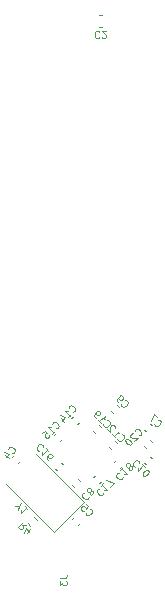
<source format=gbr>
%TF.GenerationSoftware,KiCad,Pcbnew,(6.0.7)*%
%TF.CreationDate,2022-08-25T19:07:38-04:00*%
%TF.ProjectId,msbaker,6d736261-6b65-4722-9e6b-696361645f70,3*%
%TF.SameCoordinates,Original*%
%TF.FileFunction,Legend,Bot*%
%TF.FilePolarity,Positive*%
%FSLAX46Y46*%
G04 Gerber Fmt 4.6, Leading zero omitted, Abs format (unit mm)*
G04 Created by KiCad (PCBNEW (6.0.7)) date 2022-08-25 19:07:38*
%MOMM*%
%LPD*%
G01*
G04 APERTURE LIST*
%ADD10C,0.076200*%
%ADD11C,0.120000*%
G04 APERTURE END LIST*
D10*
%TO.C,C9*%
X187517840Y-103325937D02*
X187517840Y-103367016D01*
X187558920Y-103449176D01*
X187600000Y-103490255D01*
X187682159Y-103531335D01*
X187764318Y-103531335D01*
X187825937Y-103510795D01*
X187928636Y-103449176D01*
X187990255Y-103387556D01*
X188051874Y-103284857D01*
X188072414Y-103223238D01*
X188072414Y-103141079D01*
X188031335Y-103058920D01*
X187990255Y-103017840D01*
X187908096Y-102976761D01*
X187867016Y-102976761D01*
X187271363Y-103161619D02*
X187189204Y-103079460D01*
X187168664Y-103017840D01*
X187168664Y-102976761D01*
X187189204Y-102874062D01*
X187250823Y-102771363D01*
X187415142Y-102607045D01*
X187476761Y-102586505D01*
X187517840Y-102586505D01*
X187579460Y-102607045D01*
X187661619Y-102689204D01*
X187682159Y-102750823D01*
X187682159Y-102791903D01*
X187661619Y-102853522D01*
X187558920Y-102956221D01*
X187497301Y-102976761D01*
X187456221Y-102976761D01*
X187394602Y-102956221D01*
X187312443Y-102874062D01*
X187291903Y-102812443D01*
X187291903Y-102771363D01*
X187312443Y-102709744D01*
%TO.C,C19*%
X186023238Y-105031335D02*
X186023238Y-105072414D01*
X186064318Y-105154573D01*
X186105397Y-105195653D01*
X186187556Y-105236732D01*
X186269715Y-105236732D01*
X186331335Y-105216193D01*
X186434033Y-105154573D01*
X186495653Y-105092954D01*
X186557272Y-104990255D01*
X186577812Y-104928636D01*
X186577812Y-104846477D01*
X186536732Y-104764318D01*
X186495653Y-104723238D01*
X186413494Y-104682159D01*
X186372414Y-104682159D01*
X185571363Y-104661619D02*
X185817840Y-104908096D01*
X185694602Y-104784857D02*
X186125937Y-104353522D01*
X186105397Y-104456221D01*
X186105397Y-104538380D01*
X186125937Y-104600000D01*
X185365966Y-104456221D02*
X185283806Y-104374062D01*
X185263267Y-104312443D01*
X185263267Y-104271363D01*
X185283806Y-104168664D01*
X185345426Y-104065966D01*
X185509744Y-103901647D01*
X185571363Y-103881108D01*
X185612443Y-103881108D01*
X185674062Y-103901647D01*
X185756221Y-103983806D01*
X185776761Y-104045426D01*
X185776761Y-104086505D01*
X185756221Y-104148125D01*
X185653522Y-104250823D01*
X185591903Y-104271363D01*
X185550823Y-104271363D01*
X185489204Y-104250823D01*
X185407045Y-104168664D01*
X185386505Y-104107045D01*
X185386505Y-104065966D01*
X185407045Y-104004346D01*
%TO.C,C10*%
X189076761Y-108268664D02*
X189076761Y-108227585D01*
X189035681Y-108145426D01*
X188994602Y-108104346D01*
X188912443Y-108063267D01*
X188830284Y-108063267D01*
X188768664Y-108083806D01*
X188665966Y-108145426D01*
X188604346Y-108207045D01*
X188542727Y-108309744D01*
X188522187Y-108371363D01*
X188522187Y-108453522D01*
X188563267Y-108535681D01*
X188604346Y-108576761D01*
X188686505Y-108617840D01*
X188727585Y-108617840D01*
X189528636Y-108638380D02*
X189282159Y-108391903D01*
X189405397Y-108515142D02*
X188974062Y-108946477D01*
X188994602Y-108843778D01*
X188994602Y-108761619D01*
X188974062Y-108700000D01*
X189364318Y-109336732D02*
X189405397Y-109377812D01*
X189467016Y-109398352D01*
X189508096Y-109398352D01*
X189569715Y-109377812D01*
X189672414Y-109316193D01*
X189775113Y-109213494D01*
X189836732Y-109110795D01*
X189857272Y-109049176D01*
X189857272Y-109008096D01*
X189836732Y-108946477D01*
X189795653Y-108905397D01*
X189734033Y-108884857D01*
X189692954Y-108884857D01*
X189631335Y-108905397D01*
X189528636Y-108967016D01*
X189425937Y-109069715D01*
X189364318Y-109172414D01*
X189343778Y-109234033D01*
X189343778Y-109275113D01*
X189364318Y-109336732D01*
%TO.C,C12*%
X187223238Y-106231335D02*
X187223238Y-106272414D01*
X187264318Y-106354573D01*
X187305397Y-106395653D01*
X187387556Y-106436732D01*
X187469715Y-106436732D01*
X187531335Y-106416193D01*
X187634033Y-106354573D01*
X187695653Y-106292954D01*
X187757272Y-106190255D01*
X187777812Y-106128636D01*
X187777812Y-106046477D01*
X187736732Y-105964318D01*
X187695653Y-105923238D01*
X187613494Y-105882159D01*
X187572414Y-105882159D01*
X186771363Y-105861619D02*
X187017840Y-106108096D01*
X186894602Y-105984857D02*
X187325937Y-105553522D01*
X187305397Y-105656221D01*
X187305397Y-105738380D01*
X187325937Y-105800000D01*
X186997301Y-105307045D02*
X186997301Y-105265966D01*
X186976761Y-105204346D01*
X186874062Y-105101647D01*
X186812443Y-105081108D01*
X186771363Y-105081108D01*
X186709744Y-105101647D01*
X186668664Y-105142727D01*
X186627585Y-105224886D01*
X186627585Y-105717840D01*
X186360568Y-105450823D01*
%TO.C,C18*%
X187318664Y-109123238D02*
X187277585Y-109123238D01*
X187195426Y-109164318D01*
X187154346Y-109205397D01*
X187113267Y-109287556D01*
X187113267Y-109369715D01*
X187133806Y-109431335D01*
X187195426Y-109534033D01*
X187257045Y-109595653D01*
X187359744Y-109657272D01*
X187421363Y-109677812D01*
X187503522Y-109677812D01*
X187585681Y-109636732D01*
X187626761Y-109595653D01*
X187667840Y-109513494D01*
X187667840Y-109472414D01*
X187688380Y-108671363D02*
X187441903Y-108917840D01*
X187565142Y-108794602D02*
X187996477Y-109225937D01*
X187893778Y-109205397D01*
X187811619Y-109205397D01*
X187750000Y-109225937D01*
X188181335Y-108671363D02*
X188160795Y-108732983D01*
X188160795Y-108774062D01*
X188181335Y-108835681D01*
X188201874Y-108856221D01*
X188263494Y-108876761D01*
X188304573Y-108876761D01*
X188366193Y-108856221D01*
X188448352Y-108774062D01*
X188468891Y-108712443D01*
X188468891Y-108671363D01*
X188448352Y-108609744D01*
X188427812Y-108589204D01*
X188366193Y-108568664D01*
X188325113Y-108568664D01*
X188263494Y-108589204D01*
X188181335Y-108671363D01*
X188119715Y-108691903D01*
X188078636Y-108691903D01*
X188017016Y-108671363D01*
X187934857Y-108589204D01*
X187914318Y-108527585D01*
X187914318Y-108486505D01*
X187934857Y-108424886D01*
X188017016Y-108342727D01*
X188078636Y-108322187D01*
X188119715Y-108322187D01*
X188181335Y-108342727D01*
X188263494Y-108424886D01*
X188284033Y-108486505D01*
X188284033Y-108527585D01*
X188263494Y-108589204D01*
%TO.C,C15*%
X182031335Y-105376761D02*
X182072414Y-105376761D01*
X182154573Y-105335681D01*
X182195653Y-105294602D01*
X182236732Y-105212443D01*
X182236732Y-105130284D01*
X182216193Y-105068664D01*
X182154573Y-104965966D01*
X182092954Y-104904346D01*
X181990255Y-104842727D01*
X181928636Y-104822187D01*
X181846477Y-104822187D01*
X181764318Y-104863267D01*
X181723238Y-104904346D01*
X181682159Y-104986505D01*
X181682159Y-105027585D01*
X181661619Y-105828636D02*
X181908096Y-105582159D01*
X181784857Y-105705397D02*
X181353522Y-105274062D01*
X181456221Y-105294602D01*
X181538380Y-105294602D01*
X181600000Y-105274062D01*
X180840028Y-105787556D02*
X181045426Y-105582159D01*
X181271363Y-105767016D01*
X181230284Y-105767016D01*
X181168664Y-105787556D01*
X181065966Y-105890255D01*
X181045426Y-105951874D01*
X181045426Y-105992954D01*
X181065966Y-106054573D01*
X181168664Y-106157272D01*
X181230284Y-106177812D01*
X181271363Y-106177812D01*
X181332983Y-106157272D01*
X181435681Y-106054573D01*
X181456221Y-105992954D01*
X181456221Y-105951874D01*
%TO.C,C16*%
X180926761Y-106918664D02*
X180926761Y-106877585D01*
X180885681Y-106795426D01*
X180844602Y-106754346D01*
X180762443Y-106713267D01*
X180680284Y-106713267D01*
X180618664Y-106733806D01*
X180515966Y-106795426D01*
X180454346Y-106857045D01*
X180392727Y-106959744D01*
X180372187Y-107021363D01*
X180372187Y-107103522D01*
X180413267Y-107185681D01*
X180454346Y-107226761D01*
X180536505Y-107267840D01*
X180577585Y-107267840D01*
X181378636Y-107288380D02*
X181132159Y-107041903D01*
X181255397Y-107165142D02*
X180824062Y-107596477D01*
X180844602Y-107493778D01*
X180844602Y-107411619D01*
X180824062Y-107350000D01*
X181317016Y-108089431D02*
X181234857Y-108007272D01*
X181214318Y-107945653D01*
X181214318Y-107904573D01*
X181234857Y-107801874D01*
X181296477Y-107699176D01*
X181460795Y-107534857D01*
X181522414Y-107514318D01*
X181563494Y-107514318D01*
X181625113Y-107534857D01*
X181707272Y-107617016D01*
X181727812Y-107678636D01*
X181727812Y-107719715D01*
X181707272Y-107781335D01*
X181604573Y-107884033D01*
X181542954Y-107904573D01*
X181501874Y-107904573D01*
X181440255Y-107884033D01*
X181358096Y-107801874D01*
X181337556Y-107740255D01*
X181337556Y-107699176D01*
X181358096Y-107637556D01*
%TO.C,C17*%
X185668664Y-110473237D02*
X185627585Y-110473237D01*
X185545426Y-110514317D01*
X185504346Y-110555396D01*
X185463267Y-110637555D01*
X185463267Y-110719714D01*
X185483806Y-110781334D01*
X185545426Y-110884032D01*
X185607045Y-110945652D01*
X185709744Y-111007271D01*
X185771363Y-111027811D01*
X185853522Y-111027811D01*
X185935681Y-110986731D01*
X185976761Y-110945652D01*
X186017840Y-110863493D01*
X186017840Y-110822413D01*
X186038380Y-110021362D02*
X185791903Y-110267839D01*
X185915142Y-110144601D02*
X186346477Y-110575936D01*
X186243778Y-110555396D01*
X186161619Y-110555396D01*
X186100000Y-110575936D01*
X186613494Y-110308919D02*
X186901050Y-110021362D01*
X186284857Y-109774885D01*
%TO.C,J3*%
X182315952Y-118046666D02*
X182751666Y-118046666D01*
X182838809Y-118017619D01*
X182896904Y-117959523D01*
X182925952Y-117872380D01*
X182925952Y-117814285D01*
X182315952Y-118279047D02*
X182315952Y-118656666D01*
X182548333Y-118453333D01*
X182548333Y-118540476D01*
X182577380Y-118598571D01*
X182606428Y-118627619D01*
X182664523Y-118656666D01*
X182809761Y-118656666D01*
X182867857Y-118627619D01*
X182896904Y-118598571D01*
X182925952Y-118540476D01*
X182925952Y-118366190D01*
X182896904Y-118308095D01*
X182867857Y-118279047D01*
%TO.C,C2*%
X185673333Y-71782142D02*
X185644285Y-71753095D01*
X185557142Y-71724047D01*
X185499047Y-71724047D01*
X185411904Y-71753095D01*
X185353809Y-71811190D01*
X185324761Y-71869285D01*
X185295714Y-71985476D01*
X185295714Y-72072619D01*
X185324761Y-72188809D01*
X185353809Y-72246904D01*
X185411904Y-72305000D01*
X185499047Y-72334047D01*
X185557142Y-72334047D01*
X185644285Y-72305000D01*
X185673333Y-72275952D01*
X185905714Y-72275952D02*
X185934761Y-72305000D01*
X185992857Y-72334047D01*
X186138095Y-72334047D01*
X186196190Y-72305000D01*
X186225238Y-72275952D01*
X186254285Y-72217857D01*
X186254285Y-72159761D01*
X186225238Y-72072619D01*
X185876666Y-71724047D01*
X186254285Y-71724047D01*
%TO.C,Y1*%
X178884332Y-111904872D02*
X179089730Y-111699474D01*
X178514616Y-111987031D02*
X178884332Y-111904872D01*
X178802173Y-112274588D01*
X179603224Y-112212968D02*
X179356747Y-111966491D01*
X179479985Y-112089730D02*
X179048650Y-112521065D01*
X179069190Y-112418366D01*
X179069190Y-112336207D01*
X179048650Y-112274588D01*
%TO.C,C14*%
X183431335Y-103976761D02*
X183472414Y-103976761D01*
X183554573Y-103935681D01*
X183595653Y-103894602D01*
X183636732Y-103812443D01*
X183636732Y-103730284D01*
X183616193Y-103668664D01*
X183554573Y-103565966D01*
X183492954Y-103504346D01*
X183390255Y-103442727D01*
X183328636Y-103422187D01*
X183246477Y-103422187D01*
X183164318Y-103463267D01*
X183123238Y-103504346D01*
X183082159Y-103586505D01*
X183082159Y-103627585D01*
X183061619Y-104428636D02*
X183308096Y-104182159D01*
X183184857Y-104305397D02*
X182753522Y-103874062D01*
X182856221Y-103894602D01*
X182938380Y-103894602D01*
X183000000Y-103874062D01*
X182404346Y-104510795D02*
X182691903Y-104798352D01*
X182342727Y-104243778D02*
X182753522Y-104449176D01*
X182486505Y-104716193D01*
%TO.C,C4*%
X178325937Y-107482159D02*
X178367016Y-107482159D01*
X178449176Y-107441079D01*
X178490255Y-107400000D01*
X178531335Y-107317840D01*
X178531335Y-107235681D01*
X178510795Y-107174062D01*
X178449176Y-107071363D01*
X178387556Y-107009744D01*
X178284857Y-106948125D01*
X178223238Y-106927585D01*
X178141079Y-106927585D01*
X178058920Y-106968664D01*
X178017840Y-107009744D01*
X177976761Y-107091903D01*
X177976761Y-107132983D01*
X177709744Y-107605397D02*
X177997301Y-107892954D01*
X177648125Y-107338380D02*
X178058920Y-107543778D01*
X177791903Y-107810795D01*
%TO.C,C7*%
X190317840Y-104975937D02*
X190317840Y-105017016D01*
X190358920Y-105099176D01*
X190400000Y-105140255D01*
X190482159Y-105181335D01*
X190564318Y-105181335D01*
X190625937Y-105160795D01*
X190728636Y-105099176D01*
X190790255Y-105037556D01*
X190851874Y-104934857D01*
X190872414Y-104873238D01*
X190872414Y-104791079D01*
X190831335Y-104708920D01*
X190790255Y-104667840D01*
X190708096Y-104626761D01*
X190667016Y-104626761D01*
X190564318Y-104441903D02*
X190276761Y-104154346D01*
X190030284Y-104770539D01*
%TO.C,R4*%
X179473238Y-113532983D02*
X179124062Y-113594602D01*
X179226761Y-113286505D02*
X178795426Y-113717840D01*
X178959744Y-113882159D01*
X179021363Y-113902698D01*
X179062443Y-113902698D01*
X179124062Y-113882159D01*
X179185681Y-113820539D01*
X179206221Y-113758920D01*
X179206221Y-113717840D01*
X179185681Y-113656221D01*
X179021363Y-113491903D01*
X179555397Y-114190255D02*
X179842954Y-113902698D01*
X179288380Y-114251874D02*
X179493778Y-113841079D01*
X179760795Y-114108096D01*
%TO.C,C5*%
X184517840Y-112525937D02*
X184517840Y-112567016D01*
X184558920Y-112649176D01*
X184600000Y-112690255D01*
X184682159Y-112731335D01*
X184764318Y-112731335D01*
X184825937Y-112710795D01*
X184928636Y-112649176D01*
X184990255Y-112587556D01*
X185051874Y-112484857D01*
X185072414Y-112423238D01*
X185072414Y-112341079D01*
X185031335Y-112258920D01*
X184990255Y-112217840D01*
X184908096Y-112176761D01*
X184867016Y-112176761D01*
X184517840Y-111745426D02*
X184723238Y-111950823D01*
X184538380Y-112176761D01*
X184538380Y-112135681D01*
X184517840Y-112074062D01*
X184415142Y-111971363D01*
X184353522Y-111950823D01*
X184312443Y-111950823D01*
X184250823Y-111971363D01*
X184148125Y-112074062D01*
X184127585Y-112135681D01*
X184127585Y-112176761D01*
X184148125Y-112238380D01*
X184250823Y-112341079D01*
X184312443Y-112361619D01*
X184353522Y-112361619D01*
%TO.C,C20*%
X189031335Y-105976761D02*
X189072414Y-105976761D01*
X189154573Y-105935681D01*
X189195653Y-105894602D01*
X189236732Y-105812443D01*
X189236732Y-105730284D01*
X189216193Y-105668664D01*
X189154573Y-105565966D01*
X189092954Y-105504346D01*
X188990255Y-105442727D01*
X188928636Y-105422187D01*
X188846477Y-105422187D01*
X188764318Y-105463267D01*
X188723238Y-105504346D01*
X188682159Y-105586505D01*
X188682159Y-105627585D01*
X188517840Y-105791903D02*
X188476761Y-105791903D01*
X188415142Y-105812443D01*
X188312443Y-105915142D01*
X188291903Y-105976761D01*
X188291903Y-106017840D01*
X188312443Y-106079460D01*
X188353522Y-106120539D01*
X188435681Y-106161619D01*
X188928636Y-106161619D01*
X188661619Y-106428636D01*
X187963267Y-106264318D02*
X187922187Y-106305397D01*
X187901647Y-106367016D01*
X187901647Y-106408096D01*
X187922187Y-106469715D01*
X187983806Y-106572414D01*
X188086505Y-106675113D01*
X188189204Y-106736732D01*
X188250823Y-106757272D01*
X188291903Y-106757272D01*
X188353522Y-106736732D01*
X188394602Y-106695653D01*
X188415142Y-106634033D01*
X188415142Y-106592954D01*
X188394602Y-106531335D01*
X188332983Y-106428636D01*
X188230284Y-106325937D01*
X188127585Y-106264318D01*
X188065966Y-106243778D01*
X188024886Y-106243778D01*
X187963267Y-106264318D01*
%TO.C,C8*%
X184424062Y-110817841D02*
X184382983Y-110817841D01*
X184300823Y-110858921D01*
X184259744Y-110900001D01*
X184218664Y-110982160D01*
X184218664Y-111064319D01*
X184239204Y-111125938D01*
X184300823Y-111228637D01*
X184362443Y-111290256D01*
X184465142Y-111351875D01*
X184526761Y-111372415D01*
X184608920Y-111372415D01*
X184691079Y-111331336D01*
X184732159Y-111290256D01*
X184773238Y-111208097D01*
X184773238Y-111167017D01*
X184875937Y-110776762D02*
X184855397Y-110838381D01*
X184855397Y-110879461D01*
X184875937Y-110941080D01*
X184896477Y-110961620D01*
X184958096Y-110982160D01*
X184999176Y-110982160D01*
X185060795Y-110961620D01*
X185142954Y-110879461D01*
X185163494Y-110817841D01*
X185163494Y-110776762D01*
X185142954Y-110715143D01*
X185122414Y-110694603D01*
X185060795Y-110674063D01*
X185019715Y-110674063D01*
X184958096Y-110694603D01*
X184875937Y-110776762D01*
X184814318Y-110797302D01*
X184773238Y-110797302D01*
X184711619Y-110776762D01*
X184629460Y-110694603D01*
X184608920Y-110632984D01*
X184608920Y-110591904D01*
X184629460Y-110530285D01*
X184711619Y-110448126D01*
X184773238Y-110427586D01*
X184814318Y-110427586D01*
X184875937Y-110448126D01*
X184958096Y-110530285D01*
X184978636Y-110591904D01*
X184978636Y-110632984D01*
X184958096Y-110694603D01*
D11*
%TO.C,C9*%
X187330810Y-103521693D02*
X187178307Y-103369190D01*
X186821693Y-104030810D02*
X186669190Y-103878307D01*
%TO.C,C19*%
X185321693Y-105730810D02*
X185169190Y-105578307D01*
X185830810Y-105221693D02*
X185678307Y-105069190D01*
%TO.C,C10*%
X189978307Y-107769190D02*
X190130810Y-107921693D01*
X189469190Y-108278307D02*
X189621693Y-108430810D01*
%TO.C,C12*%
X187038896Y-106429779D02*
X187191399Y-106582282D01*
X186529779Y-106938896D02*
X186682282Y-107091399D01*
%TO.C,C18*%
X187061104Y-108029779D02*
X186908601Y-108182282D01*
X187570221Y-108538896D02*
X187417718Y-108691399D01*
%TO.C,C15*%
X181869190Y-105921693D02*
X182021693Y-105769190D01*
X182378307Y-106430810D02*
X182530810Y-106278307D01*
%TO.C,C16*%
X182121693Y-108930810D02*
X181969190Y-108778307D01*
X182630810Y-108421693D02*
X182478307Y-108269190D01*
%TO.C,C17*%
X185678307Y-110030810D02*
X185830810Y-109878307D01*
X185169190Y-109521693D02*
X185321693Y-109369190D01*
%TO.C,C2*%
X185634420Y-70390000D02*
X185915580Y-70390000D01*
X185634420Y-71410000D02*
X185915580Y-71410000D01*
%TO.C,Y1*%
X184429468Y-111633883D02*
X181883883Y-114179468D01*
X181883883Y-114179468D02*
X177818019Y-110113604D01*
X180363604Y-107568019D02*
X184429468Y-111633883D01*
%TO.C,C14*%
X183930810Y-104878307D02*
X183778307Y-105030810D01*
X183421693Y-104369190D02*
X183269190Y-104521693D01*
%TO.C,C4*%
X178461104Y-107629779D02*
X178308601Y-107782282D01*
X178970221Y-108138896D02*
X178817718Y-108291399D01*
%TO.C,C7*%
X189469190Y-105478307D02*
X189621693Y-105630810D01*
X189978307Y-104969190D02*
X190130810Y-105121693D01*
%TO.C,R4*%
X179839940Y-113627341D02*
X179622659Y-113410060D01*
X180377341Y-113089940D02*
X180160060Y-112872659D01*
%TO.C,C5*%
X183521693Y-112869190D02*
X183369190Y-113021693D01*
X184030810Y-113378307D02*
X183878307Y-113530810D01*
%TO.C,C20*%
X189469190Y-106878307D02*
X189621693Y-107030810D01*
X189978307Y-106369190D02*
X190130810Y-106521693D01*
%TO.C,C8*%
X183878307Y-109669190D02*
X184030810Y-109821693D01*
X183369190Y-110178307D02*
X183521693Y-110330810D01*
%TD*%
M02*

</source>
